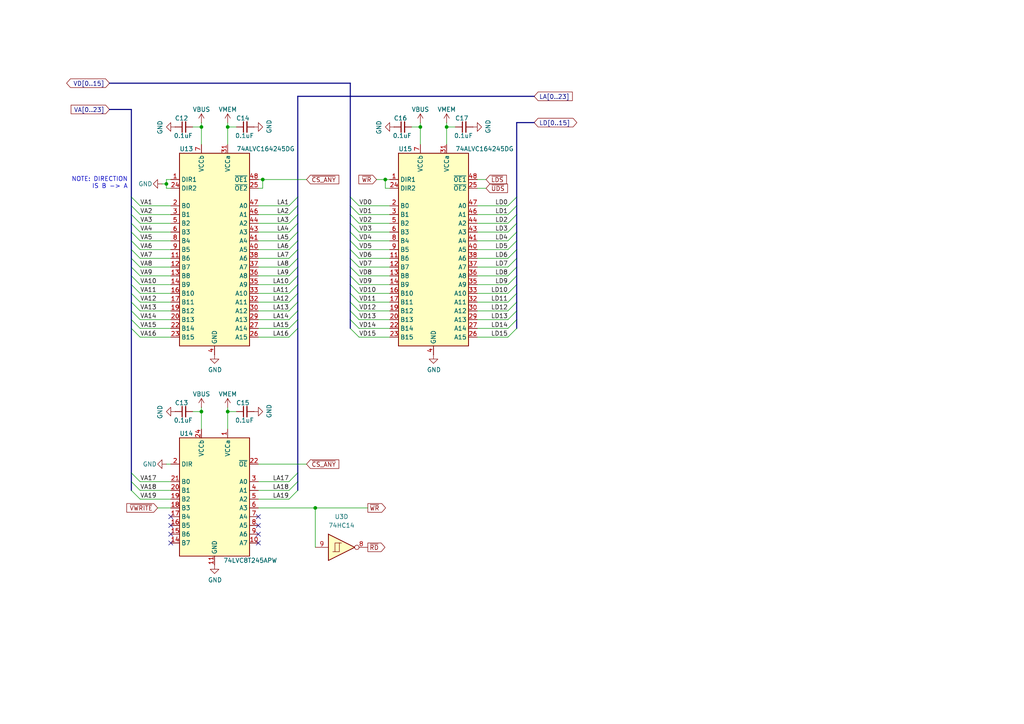
<source format=kicad_sch>
(kicad_sch (version 20231120) (generator "eeschema") (generator_version "8.0")
  (paper "A4")
  (title_block (title "MemBird - Woodcock") (rev "1"))
  (lib_symbols
    (symbol "74xx:74HC14" (pin_names (offset 1.016))
      (property "Reference" "U" (at 0 1.27 0))
      (property "Value" "74HC14" (at 0 -1.27 0))
      (symbol "74HC14_1_0"
        (polyline (pts (xy -3.81 3.81) (xy -3.81 -3.81) (xy 3.81 0) (xy -3.81 3.81)) (stroke (width 0.254)) (fill (type background)))
        (pin input line (at -7.62 0 0) (length 3.81) (name "~") (number "1"))
        (pin output inverted (at 7.62 0 180) (length 3.81) (name "~") (number "2"))
      )
      (symbol "74HC14_1_1"
        (polyline (pts (xy -1.905 -1.27) (xy -1.905 1.27) (xy -0.635 1.27)))
        (polyline (pts (xy -2.54 -1.27) (xy -0.635 -1.27) (xy -0.635 1.27) (xy 0 1.27)))
      )
      (symbol "74HC14_2_0"
        (polyline (pts (xy -3.81 3.81) (xy -3.81 -3.81) (xy 3.81 0) (xy -3.81 3.81)) (stroke (width 0.254)) (fill (type background)))
        (pin input line (at -7.62 0 0) (length 3.81) (name "~") (number "3"))
        (pin output inverted (at 7.62 0 180) (length 3.81) (name "~") (number "4"))
      )
      (symbol "74HC14_2_1"
        (polyline (pts (xy -1.905 -1.27) (xy -1.905 1.27) (xy -0.635 1.27)))
        (polyline (pts (xy -2.54 -1.27) (xy -0.635 -1.27) (xy -0.635 1.27) (xy 0 1.27)))
      )
      (symbol "74HC14_3_0"
        (polyline (pts (xy -3.81 3.81) (xy -3.81 -3.81) (xy 3.81 0) (xy -3.81 3.81)) (stroke (width 0.254)) (fill (type background)))
        (pin input line (at -7.62 0 0) (length 3.81) (name "~") (number "5"))
        (pin output inverted (at 7.62 0 180) (length 3.81) (name "~") (number "6"))
      )
      (symbol "74HC14_3_1"
        (polyline (pts (xy -1.905 -1.27) (xy -1.905 1.27) (xy -0.635 1.27)))
        (polyline (pts (xy -2.54 -1.27) (xy -0.635 -1.27) (xy -0.635 1.27) (xy 0 1.27)))
      )
      (symbol "74HC14_4_0"
        (polyline (pts (xy -3.81 3.81) (xy -3.81 -3.81) (xy 3.81 0) (xy -3.81 3.81)) (stroke (width 0.254)) (fill (type background)))
        (pin output inverted (at 7.62 0 180) (length 3.81) (name "~") (number "8"))
        (pin input line (at -7.62 0 0) (length 3.81) (name "~") (number "9"))
      )
      (symbol "74HC14_4_1"
        (polyline (pts (xy -1.905 -1.27) (xy -1.905 1.27) (xy -0.635 1.27)))
        (polyline (pts (xy -2.54 -1.27) (xy -0.635 -1.27) (xy -0.635 1.27) (xy 0 1.27)))
      )
      (symbol "74HC14_5_0"
        (polyline (pts (xy -3.81 3.81) (xy -3.81 -3.81) (xy 3.81 0) (xy -3.81 3.81)) (stroke (width 0.254)) (fill (type background)))
        (pin output inverted (at 7.62 0 180) (length 3.81) (name "~") (number "10"))
        (pin input line (at -7.62 0 0) (length 3.81) (name "~") (number "11"))
      )
      (symbol "74HC14_5_1"
        (polyline (pts (xy -1.905 -1.27) (xy -1.905 1.27) (xy -0.635 1.27)))
        (polyline (pts (xy -2.54 -1.27) (xy -0.635 -1.27) (xy -0.635 1.27) (xy 0 1.27)))
      )
      (symbol "74HC14_6_0"
        (polyline (pts (xy -3.81 3.81) (xy -3.81 -3.81) (xy 3.81 0) (xy -3.81 3.81)) (stroke (width 0.254)) (fill (type background)))
        (pin output inverted (at 7.62 0 180) (length 3.81) (name "~") (number "12"))
        (pin input line (at -7.62 0 0) (length 3.81) (name "~") (number "13"))
      )
      (symbol "74HC14_6_1"
        (polyline (pts (xy -1.905 -1.27) (xy -1.905 1.27) (xy -0.635 1.27)))
        (polyline (pts (xy -2.54 -1.27) (xy -0.635 -1.27) (xy -0.635 1.27) (xy 0 1.27)))
      )
      (symbol "74HC14_7_0"
        (pin power_in line (at 0 12.7 270) (length 5.08) (name "VCC") (number "14"))
        (pin power_in line (at 0 -12.7 90) (length 5.08) (name "GND") (number "7"))
      )
      (symbol "74HC14_7_1"
        (rectangle (start -5.08 7.62) (end 5.08 -7.62) (stroke (width 0.254)) (fill (type background)))
      )
    )
    (symbol "Computie_Transceivers:74ALVC16245DG"
      (property "Reference" "U" (at -10.16 29.21 0))
      (property "Value" "74ALVC16245DG" (at 2.54 -29.21 0))
      (symbol "74ALVC16245DG_0_1"
        (rectangle (start -10.16 27.94) (end 10.16 -27.94) (stroke (width 0.254)) (fill (type background)))
      )
      (symbol "74ALVC16245DG_1_1"
        (pin input line (at -12.7 20.32 0) (length 2.54) (name "DIR1") (number "1"))
        (pin passive line (at 0 -30.48 90) (length 2.54) hide (name "GND") (number "10"))
        (pin bidirectional line (at -12.7 -2.54 0) (length 2.54) (name "B6") (number "11"))
        (pin bidirectional line (at -12.7 -5.08 0) (length 2.54) (name "B7") (number "12"))
        (pin bidirectional line (at -12.7 -7.62 0) (length 2.54) (name "B8") (number "13"))
        (pin bidirectional line (at -12.7 -10.16 0) (length 2.54) (name "B9") (number "14"))
        (pin passive line (at 0 -30.48 90) (length 2.54) hide (name "GND") (number "15"))
        (pin bidirectional line (at -12.7 -12.7 0) (length 2.54) (name "B10") (number "16"))
        (pin bidirectional line (at -12.7 -15.24 0) (length 2.54) (name "B11") (number "17"))
        (pin passive line (at -3.81 30.48 270) (length 2.54) hide (name "VCCb") (number "18"))
        (pin bidirectional line (at -12.7 -17.78 0) (length 2.54) (name "B12") (number "19"))
        (pin bidirectional line (at -12.7 12.7 0) (length 2.54) (name "B0") (number "2"))
        (pin bidirectional line (at -12.7 -20.32 0) (length 2.54) (name "B13") (number "20"))
        (pin passive line (at 0 -30.48 90) (length 2.54) hide (name "GND") (number "21"))
        (pin bidirectional line (at -12.7 -22.86 0) (length 2.54) (name "B14") (number "22"))
        (pin bidirectional line (at -12.7 -25.4 0) (length 2.54) (name "B15") (number "23"))
        (pin input line (at -12.7 17.78 0) (length 2.54) (name "DIR2") (number "24"))
        (pin input line (at 12.7 17.78 180) (length 2.54) (name "~{OE2}") (number "25"))
        (pin bidirectional line (at 12.7 -25.4 180) (length 2.54) (name "A15") (number "26"))
        (pin bidirectional line (at 12.7 -22.86 180) (length 2.54) (name "A14") (number "27"))
        (pin passive line (at 0 -30.48 90) (length 2.54) hide (name "GND") (number "28"))
        (pin bidirectional line (at 12.7 -20.32 180) (length 2.54) (name "A13") (number "29"))
        (pin bidirectional line (at -12.7 10.16 0) (length 2.54) (name "B1") (number "3"))
        (pin bidirectional line (at 12.7 -17.78 180) (length 2.54) (name "A12") (number "30"))
        (pin power_in line (at 3.81 30.48 270) (length 2.54) (name "VCCa") (number "31"))
        (pin bidirectional line (at 12.7 -15.24 180) (length 2.54) (name "A11") (number "32"))
        (pin bidirectional line (at 12.7 -12.7 180) (length 2.54) (name "A10") (number "33"))
        (pin passive line (at 0 -30.48 90) (length 2.54) hide (name "GND") (number "34"))
        (pin bidirectional line (at 12.7 -10.16 180) (length 2.54) (name "A9") (number "35"))
        (pin bidirectional line (at 12.7 -7.62 180) (length 2.54) (name "A8") (number "36"))
        (pin bidirectional line (at 12.7 -5.08 180) (length 2.54) (name "A7") (number "37"))
        (pin bidirectional line (at 12.7 -2.54 180) (length 2.54) (name "A6") (number "38"))
        (pin passive line (at 0 -30.48 90) (length 2.54) hide (name "GND") (number "39"))
        (pin power_in line (at 0 -30.48 90) (length 2.54) (name "GND") (number "4"))
        (pin bidirectional line (at 12.7 0 180) (length 2.54) (name "A5") (number "40"))
        (pin bidirectional line (at 12.7 2.54 180) (length 2.54) (name "A4") (number "41"))
        (pin passive line (at 3.81 30.48 270) (length 2.54) hide (name "VCCa") (number "42"))
        (pin bidirectional line (at 12.7 5.08 180) (length 2.54) (name "A3") (number "43"))
        (pin bidirectional line (at 12.7 7.62 180) (length 2.54) (name "A2") (number "44"))
        (pin passive line (at 0 -30.48 90) (length 2.54) hide (name "GND") (number "45"))
        (pin bidirectional line (at 12.7 10.16 180) (length 2.54) (name "A1") (number "46"))
        (pin bidirectional line (at 12.7 12.7 180) (length 2.54) (name "A0") (number "47"))
        (pin input line (at 12.7 20.32 180) (length 2.54) (name "~{OE1}") (number "48"))
        (pin bidirectional line (at -12.7 7.62 0) (length 2.54) (name "B2") (number "5"))
        (pin bidirectional line (at -12.7 5.08 0) (length 2.54) (name "B3") (number "6"))
        (pin power_in line (at -3.81 30.48 270) (length 2.54) (name "VCCb") (number "7"))
        (pin bidirectional line (at -12.7 2.54 0) (length 2.54) (name "B4") (number "8"))
        (pin bidirectional line (at -12.7 0 0) (length 2.54) (name "B5") (number "9"))
      )
    )
    (symbol "Computie_Transceivers:74LVC8T245PW"
      (property "Reference" "U" (at -10.16 17.78 0))
      (property "Value" "74LVCC3245APWR" (at 2.54 -19.05 0))
      (symbol "74LVC8T245PW_0_1"
        (rectangle (start -10.16 16.51) (end 10.16 -17.78) (stroke (width 0.254)) (fill (type background)))
      )
      (symbol "74LVC8T245PW_1_1"
        (pin power_in line (at 3.81 19.05 270) (length 2.54) (name "VCCa") (number "1"))
        (pin bidirectional line (at 12.7 -13.97 180) (length 2.54) (name "A7") (number "10"))
        (pin power_in line (at 0 -20.32 90) (length 2.54) (name "GND") (number "11"))
        (pin passive line (at 0 -20.32 90) (length 2.54) hide (name "GND") (number "12"))
        (pin passive line (at 0 -20.32 90) (length 2.54) hide (name "GND") (number "13"))
        (pin bidirectional line (at -12.7 -13.97 0) (length 2.54) (name "B7") (number "14"))
        (pin bidirectional line (at -12.7 -11.43 0) (length 2.54) (name "B6") (number "15"))
        (pin bidirectional line (at -12.7 -8.89 0) (length 2.54) (name "B5") (number "16"))
        (pin bidirectional line (at -12.7 -6.35 0) (length 2.54) (name "B4") (number "17"))
        (pin bidirectional line (at -12.7 -3.81 0) (length 2.54) (name "B3") (number "18"))
        (pin bidirectional line (at -12.7 -1.27 0) (length 2.54) (name "B2") (number "19"))
        (pin input line (at -12.7 8.89 0) (length 2.54) (name "DIR") (number "2"))
        (pin bidirectional line (at -12.7 1.27 0) (length 2.54) (name "B1") (number "20"))
        (pin bidirectional line (at -12.7 3.81 0) (length 2.54) (name "B0") (number "21"))
        (pin input line (at 12.7 8.89 180) (length 2.54) (name "~{OE}") (number "22"))
        (pin power_in line (at -3.81 19.05 270) (length 2.54) hide (name "VCCb") (number "23"))
        (pin power_in line (at -3.81 19.05 270) (length 2.54) (name "VCCb") (number "24"))
        (pin bidirectional line (at 12.7 3.81 180) (length 2.54) (name "A0") (number "3"))
        (pin bidirectional line (at 12.7 1.27 180) (length 2.54) (name "A1") (number "4"))
        (pin bidirectional line (at 12.7 -1.27 180) (length 2.54) (name "A2") (number "5"))
        (pin bidirectional line (at 12.7 -3.81 180) (length 2.54) (name "A3") (number "6"))
        (pin bidirectional line (at 12.7 -6.35 180) (length 2.54) (name "A4") (number "7"))
        (pin bidirectional line (at 12.7 -8.89 180) (length 2.54) (name "A5") (number "8"))
        (pin bidirectional line (at 12.7 -11.43 180) (length 2.54) (name "A6") (number "9"))
      )
    )
    (symbol "Device:C_Small" (pin_numbers hide) (pin_names (offset 0.254) hide)
      (property "Reference" "C" (at 0.254 1.778 0))
      (property "Value" "C_Small" (at 0.254 -2.032 0))
      (symbol "C_Small_0_1"
        (polyline (pts (xy -1.524 -0.508) (xy 1.524 -0.508)) (stroke (width 0.3302)))
        (polyline (pts (xy -1.524 0.508) (xy 1.524 0.508)) (stroke (width 0.3048)))
      )
      (symbol "C_Small_1_1"
        (pin passive line (at 0 2.54 270) (length 2.032) (name "~") (number "1"))
        (pin passive line (at 0 -2.54 90) (length 2.032) (name "~") (number "2"))
      )
    )
    (symbol "power:GND" (power) (pin_numbers hide) (pin_names (offset 0) hide)
      (property "Value" "GND" (at 0 -3.81 0))
      (symbol "GND_0_1"
        (polyline (pts (xy 0 0) (xy 0 -1.27) (xy 1.27 -1.27) (xy 0 -2.54) (xy -1.27 -1.27) (xy 0 -1.27)))
      )
      (symbol "GND_1_1"
        (pin power_in line (at 0 0 270) (length 0) (name "~") (number "1"))
      )
    )
    (symbol "power:VBUS" (power) (pin_numbers hide) (pin_names (offset 0) hide)
      (property "Value" "VBUS" (at 0 3.556 0))
      (symbol "VBUS_0_1"
        (polyline (pts (xy -0.762 1.27) (xy 0 2.54)))
        (polyline (pts (xy 0 0) (xy 0 2.54)))
        (polyline (pts (xy 0 2.54) (xy 0.762 1.27)))
      )
      (symbol "VBUS_1_1"
        (pin power_in line (at 0 0 90) (length 0) (name "~") (number "1"))
      )
    )
    (symbol "power:VMEM" (power) (pin_numbers hide) (pin_names (offset 0) hide)
      (property "Value" "VMEM" (at 0 3.556 0))
      (symbol "VMEM_0_1"
        (polyline (pts (xy -0.762 1.27) (xy 0 2.54)))
        (polyline (pts (xy 0 0) (xy 0 2.54)))
        (polyline (pts (xy 0 2.54) (xy 0.762 1.27)))
      )
      (symbol "VMEM_1_1"
        (pin power_in line (at 0 0 90) (length 0) (name "~") (number "1"))
      )
    )
  )
  (junction (at 58.42 36.83))
  (junction (at 91.44 147.32))
  (junction (at 111.76 52.07))
  (junction (at 129.54 36.83))
  (junction (at 76.2 52.07))
  (junction (at 48.26 53.34))
  (junction (at 58.42 119.38))
  (junction (at 66.04 36.83))
  (junction (at 121.92 36.83))
  (junction (at 66.04 119.38))
  (no_connect (at 49.53 154.94))
  (no_connect (at 49.53 157.48))
  (no_connect (at 49.53 149.86))
  (no_connect (at 74.93 157.48))
  (no_connect (at 49.53 152.4))
  (no_connect (at 74.93 152.4))
  (no_connect (at 74.93 154.94))
  (no_connect (at 74.93 149.86))
  (bus_entry (at 86.36 85.09) (size -2.54 2.54))
  (bus_entry (at 40.64 85.09) (size -2.54 -2.54))
  (bus_entry (at 149.86 59.69) (size -2.54 2.54))
  (bus_entry (at 149.86 82.55) (size -2.54 2.54))
  (bus_entry (at 86.36 82.55) (size -2.54 2.54))
  (bus_entry (at 40.64 64.77) (size -2.54 -2.54))
  (bus_entry (at 40.64 95.25) (size -2.54 -2.54))
  (bus_entry (at 149.86 69.85) (size -2.54 2.54))
  (bus_entry (at 40.64 77.47) (size -2.54 -2.54))
  (bus_entry (at 104.14 92.71) (size -2.54 -2.54))
  (bus_entry (at 104.14 95.25) (size -2.54 -2.54))
  (bus_entry (at 104.14 64.77) (size -2.54 -2.54))
  (bus_entry (at 86.36 62.23) (size -2.54 2.54))
  (bus_entry (at 86.36 92.71) (size -2.54 2.54))
  (bus_entry (at 86.36 57.15) (size -2.54 2.54))
  (bus_entry (at 40.64 92.71) (size -2.54 -2.54))
  (bus_entry (at 104.14 87.63) (size -2.54 -2.54))
  (bus_entry (at 86.36 69.85) (size -2.54 2.54))
  (bus_entry (at 86.36 137.16) (size -2.54 2.54))
  (bus_entry (at 149.86 90.17) (size -2.54 2.54))
  (bus_entry (at 104.14 72.39) (size -2.54 -2.54))
  (bus_entry (at 104.14 77.47) (size -2.54 -2.54))
  (bus_entry (at 40.64 80.01) (size -2.54 -2.54))
  (bus_entry (at 86.36 77.47) (size -2.54 2.54))
  (bus_entry (at 104.14 90.17) (size -2.54 -2.54))
  (bus_entry (at 40.64 62.23) (size -2.54 -2.54))
  (bus_entry (at 149.86 87.63) (size -2.54 2.54))
  (bus_entry (at 40.64 139.7) (size -2.54 -2.54))
  (bus_entry (at 149.86 80.01) (size -2.54 2.54))
  (bus_entry (at 86.36 64.77) (size -2.54 2.54))
  (bus_entry (at 104.14 59.69) (size -2.54 -2.54))
  (bus_entry (at 149.86 85.09) (size -2.54 2.54))
  (bus_entry (at 104.14 62.23) (size -2.54 -2.54))
  (bus_entry (at 104.14 97.79) (size -2.54 -2.54))
  (bus_entry (at 86.36 87.63) (size -2.54 2.54))
  (bus_entry (at 86.36 59.69) (size -2.54 2.54))
  (bus_entry (at 40.64 97.79) (size -2.54 -2.54))
  (bus_entry (at 86.36 95.25) (size -2.54 2.54))
  (bus_entry (at 104.14 67.31) (size -2.54 -2.54))
  (bus_entry (at 40.64 67.31) (size -2.54 -2.54))
  (bus_entry (at 149.86 62.23) (size -2.54 2.54))
  (bus_entry (at 104.14 74.93) (size -2.54 -2.54))
  (bus_entry (at 104.14 69.85) (size -2.54 -2.54))
  (bus_entry (at 149.86 95.25) (size -2.54 2.54))
  (bus_entry (at 40.64 74.93) (size -2.54 -2.54))
  (bus_entry (at 86.36 80.01) (size -2.54 2.54))
  (bus_entry (at 104.14 80.01) (size -2.54 -2.54))
  (bus_entry (at 149.86 92.71) (size -2.54 2.54))
  (bus_entry (at 86.36 90.17) (size -2.54 2.54))
  (bus_entry (at 40.64 59.69) (size -2.54 -2.54))
  (bus_entry (at 149.86 74.93) (size -2.54 2.54))
  (bus_entry (at 149.86 72.39) (size -2.54 2.54))
  (bus_entry (at 40.64 142.24) (size -2.54 -2.54))
  (bus_entry (at 149.86 57.15) (size -2.54 2.54))
  (bus_entry (at 149.86 67.31) (size -2.54 2.54))
  (bus_entry (at 86.36 72.39) (size -2.54 2.54))
  (bus_entry (at 149.86 77.47) (size -2.54 2.54))
  (bus_entry (at 40.64 69.85) (size -2.54 -2.54))
  (bus_entry (at 40.64 144.78) (size -2.54 -2.54))
  (bus_entry (at 86.36 139.7) (size -2.54 2.54))
  (bus_entry (at 104.14 85.09) (size -2.54 -2.54))
  (bus_entry (at 40.64 90.17) (size -2.54 -2.54))
  (bus_entry (at 40.64 87.63) (size -2.54 -2.54))
  (bus_entry (at 149.86 64.77) (size -2.54 2.54))
  (bus_entry (at 86.36 74.93) (size -2.54 2.54))
  (bus_entry (at 86.36 142.24) (size -2.54 2.54))
  (bus_entry (at 104.14 82.55) (size -2.54 -2.54))
  (bus_entry (at 40.64 82.55) (size -2.54 -2.54))
  (bus_entry (at 40.64 72.39) (size -2.54 -2.54))
  (bus_entry (at 86.36 67.31) (size -2.54 2.54))
  (wire (pts (xy 49.53 72.39) (xy 40.64 72.39)))
  (bus (pts (xy 38.1 69.85) (xy 38.1 72.39)))
  (wire (pts (xy 40.64 87.63) (xy 49.53 87.63)))
  (wire (pts (xy 138.43 74.93) (xy 147.32 74.93)))
  (wire (pts (xy 49.53 64.77) (xy 40.64 64.77)))
  (wire (pts (xy 138.43 87.63) (xy 147.32 87.63)))
  (wire (pts (xy 91.44 147.32) (xy 106.68 147.32)))
  (wire (pts (xy 76.2 52.07) (xy 88.9 52.07)))
  (wire (pts (xy 121.92 35.56) (xy 121.92 36.83)))
  (bus (pts (xy 149.86 64.77) (xy 149.86 62.23)))
  (wire (pts (xy 74.93 62.23) (xy 83.82 62.23)))
  (bus (pts (xy 149.86 90.17) (xy 149.86 87.63)))
  (wire (pts (xy 138.43 85.09) (xy 147.32 85.09)))
  (bus (pts (xy 86.36 64.77) (xy 86.36 67.31)))
  (wire (pts (xy 121.92 36.83) (xy 121.92 41.91)))
  (wire (pts (xy 111.76 54.61) (xy 113.03 54.61)))
  (wire (pts (xy 138.43 82.55) (xy 147.32 82.55)))
  (bus (pts (xy 86.36 87.63) (xy 86.36 85.09)))
  (wire (pts (xy 104.14 59.69) (xy 113.03 59.69)))
  (wire (pts (xy 48.26 134.62) (xy 49.53 134.62)))
  (wire (pts (xy 111.76 52.07) (xy 111.76 54.61)))
  (wire (pts (xy 74.93 69.85) (xy 83.82 69.85)))
  (wire (pts (xy 138.43 77.47) (xy 147.32 77.47)))
  (bus (pts (xy 149.86 85.09) (xy 149.86 82.55)))
  (wire (pts (xy 138.43 69.85) (xy 147.32 69.85)))
  (bus (pts (xy 86.36 85.09) (xy 86.36 82.55)))
  (bus (pts (xy 86.36 77.47) (xy 86.36 74.93)))
  (bus (pts (xy 149.86 82.55) (xy 149.86 80.01)))
  (wire (pts (xy 66.04 119.38) (xy 66.04 124.46)))
  (wire (pts (xy 113.03 85.09) (xy 104.14 85.09)))
  (wire (pts (xy 66.04 119.38) (xy 68.58 119.38)))
  (bus (pts (xy 86.36 69.85) (xy 86.36 67.31)))
  (wire (pts (xy 129.54 35.56) (xy 129.54 36.83)))
  (wire (pts (xy 40.64 80.01) (xy 49.53 80.01)))
  (wire (pts (xy 66.04 118.11) (xy 66.04 119.38)))
  (bus (pts (xy 101.6 85.09) (xy 101.6 87.63)))
  (bus (pts (xy 101.6 24.13) (xy 101.6 57.15)))
  (bus (pts (xy 149.86 80.01) (xy 149.86 77.47)))
  (wire (pts (xy 74.93 82.55) (xy 83.82 82.55)))
  (wire (pts (xy 119.38 36.83) (xy 121.92 36.83)))
  (wire (pts (xy 138.43 64.77) (xy 147.32 64.77)))
  (wire (pts (xy 104.14 80.01) (xy 113.03 80.01)))
  (wire (pts (xy 49.53 92.71) (xy 40.64 92.71)))
  (wire (pts (xy 58.42 35.56) (xy 58.42 36.83)))
  (wire (pts (xy 74.93 139.7) (xy 83.82 139.7)))
  (wire (pts (xy 40.64 67.31) (xy 49.53 67.31)))
  (bus (pts (xy 86.36 80.01) (xy 86.36 77.47)))
  (bus (pts (xy 149.86 95.25) (xy 149.86 92.71)))
  (wire (pts (xy 113.03 64.77) (xy 104.14 64.77)))
  (bus (pts (xy 101.6 87.63) (xy 101.6 90.17)))
  (wire (pts (xy 138.43 62.23) (xy 147.32 62.23)))
  (wire (pts (xy 74.93 52.07) (xy 76.2 52.07)))
  (wire (pts (xy 74.93 54.61) (xy 76.2 54.61)))
  (bus (pts (xy 86.36 59.69) (xy 86.36 57.15)))
  (bus (pts (xy 101.6 74.93) (xy 101.6 77.47)))
  (bus (pts (xy 101.6 90.17) (xy 101.6 92.71)))
  (wire (pts (xy 48.26 52.07) (xy 49.53 52.07)))
  (wire (pts (xy 138.43 67.31) (xy 147.32 67.31)))
  (wire (pts (xy 113.03 62.23) (xy 104.14 62.23)))
  (wire (pts (xy 40.64 59.69) (xy 49.53 59.69)))
  (bus (pts (xy 86.36 57.15) (xy 86.36 27.94)))
  (wire (pts (xy 138.43 90.17) (xy 147.32 90.17)))
  (bus (pts (xy 31.75 31.75) (xy 38.1 31.75)))
  (wire (pts (xy 49.53 85.09) (xy 40.64 85.09)))
  (bus (pts (xy 86.36 62.23) (xy 86.36 59.69)))
  (wire (pts (xy 40.64 139.7) (xy 49.53 139.7)))
  (bus (pts (xy 38.1 87.63) (xy 38.1 90.17)))
  (bus (pts (xy 149.86 77.47) (xy 149.86 74.93)))
  (wire (pts (xy 111.76 52.07) (xy 113.03 52.07)))
  (wire (pts (xy 66.04 36.83) (xy 66.04 41.91)))
  (wire (pts (xy 113.03 69.85) (xy 104.14 69.85)))
  (wire (pts (xy 109.22 52.07) (xy 111.76 52.07)))
  (bus (pts (xy 38.1 95.25) (xy 38.1 137.16)))
  (wire (pts (xy 66.04 36.83) (xy 68.58 36.83)))
  (wire (pts (xy 74.93 59.69) (xy 83.82 59.69)))
  (wire (pts (xy 49.53 54.61) (xy 48.26 54.61)))
  (wire (pts (xy 74.93 90.17) (xy 83.82 90.17)))
  (wire (pts (xy 74.93 87.63) (xy 83.82 87.63)))
  (wire (pts (xy 48.26 54.61) (xy 48.26 53.34)))
  (bus (pts (xy 86.36 92.71) (xy 86.36 90.17)))
  (wire (pts (xy 138.43 72.39) (xy 147.32 72.39)))
  (bus (pts (xy 38.1 90.17) (xy 38.1 92.71)))
  (bus (pts (xy 38.1 139.7) (xy 38.1 142.24)))
  (wire (pts (xy 74.93 134.62) (xy 88.9 134.62)))
  (wire (pts (xy 74.93 97.79) (xy 83.82 97.79)))
  (bus (pts (xy 86.36 95.25) (xy 86.36 137.16)))
  (wire (pts (xy 113.03 95.25) (xy 104.14 95.25)))
  (wire (pts (xy 49.53 82.55) (xy 40.64 82.55)))
  (wire (pts (xy 113.03 92.71) (xy 104.14 92.71)))
  (wire (pts (xy 74.93 80.01) (xy 83.82 80.01)))
  (wire (pts (xy 138.43 54.61) (xy 140.97 54.61)))
  (wire (pts (xy 49.53 90.17) (xy 40.64 90.17)))
  (wire (pts (xy 91.44 147.32) (xy 91.44 158.75)))
  (wire (pts (xy 49.53 62.23) (xy 40.64 62.23)))
  (bus (pts (xy 149.86 59.69) (xy 149.86 57.15)))
  (bus (pts (xy 101.6 80.01) (xy 101.6 82.55)))
  (bus (pts (xy 86.36 64.77) (xy 86.36 62.23)))
  (bus (pts (xy 86.36 82.55) (xy 86.36 80.01)))
  (wire (pts (xy 138.43 95.25) (xy 147.32 95.25)))
  (bus (pts (xy 86.36 142.24) (xy 86.36 139.7)))
  (wire (pts (xy 76.2 54.61) (xy 76.2 52.07)))
  (wire (pts (xy 49.53 144.78) (xy 40.64 144.78)))
  (wire (pts (xy 49.53 142.24) (xy 40.64 142.24)))
  (bus (pts (xy 38.1 74.93) (xy 38.1 77.47)))
  (wire (pts (xy 138.43 80.01) (xy 147.32 80.01)))
  (bus (pts (xy 101.6 72.39) (xy 101.6 74.93)))
  (wire (pts (xy 45.72 147.32) (xy 49.53 147.32)))
  (bus (pts (xy 38.1 80.01) (xy 38.1 82.55)))
  (bus (pts (xy 101.6 59.69) (xy 101.6 62.23)))
  (bus (pts (xy 38.1 67.31) (xy 38.1 69.85)))
  (bus (pts (xy 101.6 82.55) (xy 101.6 85.09)))
  (bus (pts (xy 38.1 57.15) (xy 38.1 59.69)))
  (wire (pts (xy 113.03 97.79) (xy 104.14 97.79)))
  (wire (pts (xy 74.93 77.47) (xy 83.82 77.47)))
  (bus (pts (xy 38.1 64.77) (xy 38.1 67.31)))
  (wire (pts (xy 74.93 95.25) (xy 83.82 95.25)))
  (bus (pts (xy 86.36 27.94) (xy 154.94 27.94)))
  (bus (pts (xy 38.1 59.69) (xy 38.1 62.23)))
  (wire (pts (xy 113.03 82.55) (xy 104.14 82.55)))
  (bus (pts (xy 149.86 69.85) (xy 149.86 67.31)))
  (bus (pts (xy 101.6 67.31) (xy 101.6 69.85)))
  (bus (pts (xy 86.36 95.25) (xy 86.36 92.71)))
  (bus (pts (xy 38.1 85.09) (xy 38.1 87.63)))
  (bus (pts (xy 101.6 57.15) (xy 101.6 59.69)))
  (bus (pts (xy 86.36 90.17) (xy 86.36 87.63)))
  (wire (pts (xy 48.26 53.34) (xy 48.26 52.07)))
  (wire (pts (xy 46.99 53.34) (xy 48.26 53.34)))
  (wire (pts (xy 74.93 64.77) (xy 83.82 64.77)))
  (wire (pts (xy 74.93 67.31) (xy 83.82 67.31)))
  (wire (pts (xy 74.93 147.32) (xy 91.44 147.32)))
  (bus (pts (xy 101.6 62.23) (xy 101.6 64.77)))
  (wire (pts (xy 113.03 90.17) (xy 104.14 90.17)))
  (bus (pts (xy 38.1 92.71) (xy 38.1 95.25)))
  (bus (pts (xy 101.6 69.85) (xy 101.6 72.39)))
  (bus (pts (xy 149.86 74.93) (xy 149.86 72.39)))
  (wire (pts (xy 58.42 36.83) (xy 58.42 41.91)))
  (wire (pts (xy 49.53 74.93) (xy 40.64 74.93)))
  (wire (pts (xy 138.43 52.07) (xy 140.97 52.07)))
  (bus (pts (xy 38.1 82.55) (xy 38.1 85.09)))
  (bus (pts (xy 86.36 74.93) (xy 86.36 72.39)))
  (bus (pts (xy 38.1 31.75) (xy 38.1 57.15)))
  (bus (pts (xy 38.1 62.23) (xy 38.1 64.77)))
  (bus (pts (xy 101.6 92.71) (xy 101.6 95.25)))
  (wire (pts (xy 49.53 95.25) (xy 40.64 95.25)))
  (bus (pts (xy 149.86 72.39) (xy 149.86 69.85)))
  (bus (pts (xy 149.86 87.63) (xy 149.86 85.09)))
  (wire (pts (xy 58.42 119.38) (xy 58.42 124.46)))
  (wire (pts (xy 55.88 36.83) (xy 58.42 36.83)))
  (wire (pts (xy 74.93 92.71) (xy 83.82 92.71)))
  (wire (pts (xy 104.14 87.63) (xy 113.03 87.63)))
  (wire (pts (xy 55.88 119.38) (xy 58.42 119.38)))
  (bus (pts (xy 149.86 64.77) (xy 149.86 67.31)))
  (bus (pts (xy 149.86 92.71) (xy 149.86 90.17)))
  (bus (pts (xy 86.36 72.39) (xy 86.36 69.85)))
  (wire (pts (xy 113.03 77.47) (xy 104.14 77.47)))
  (wire (pts (xy 138.43 97.79) (xy 147.32 97.79)))
  (wire (pts (xy 49.53 97.79) (xy 40.64 97.79)))
  (bus (pts (xy 101.6 64.77) (xy 101.6 67.31)))
  (bus (pts (xy 38.1 137.16) (xy 38.1 139.7)))
  (wire (pts (xy 74.93 72.39) (xy 83.82 72.39)))
  (wire (pts (xy 113.03 74.93) (xy 104.14 74.93)))
  (wire (pts (xy 74.93 85.09) (xy 83.82 85.09)))
  (bus (pts (xy 149.86 62.23) (xy 149.86 59.69)))
  (wire (pts (xy 49.53 69.85) (xy 40.64 69.85)))
  (bus (pts (xy 149.86 57.15) (xy 149.86 35.56)))
  (wire (pts (xy 66.04 35.56) (xy 66.04 36.83)))
  (wire (pts (xy 74.93 74.93) (xy 83.82 74.93)))
  (wire (pts (xy 129.54 36.83) (xy 129.54 41.91)))
  (wire (pts (xy 104.14 67.31) (xy 113.03 67.31)))
  (wire (pts (xy 49.53 77.47) (xy 40.64 77.47)))
  (wire (pts (xy 129.54 36.83) (xy 132.08 36.83)))
  (bus (pts (xy 86.36 139.7) (xy 86.36 137.16)))
  (bus (pts (xy 31.75 24.13) (xy 101.6 24.13)))
  (wire (pts (xy 138.43 59.69) (xy 147.32 59.69)))
  (bus (pts (xy 149.86 35.56) (xy 154.94 35.56)))
  (bus (pts (xy 101.6 77.47) (xy 101.6 80.01)))
  (wire (pts (xy 74.93 144.78) (xy 83.82 144.78)))
  (wire (pts (xy 74.93 142.24) (xy 83.82 142.24)))
  (bus (pts (xy 38.1 77.47) (xy 38.1 80.01)))
  (bus (pts (xy 38.1 72.39) (xy 38.1 74.93)))
  (wire (pts (xy 113.03 72.39) (xy 104.14 72.39)))
  (wire (pts (xy 138.43 92.71) (xy 147.32 92.71)))
  (wire (pts (xy 58.42 118.11) (xy 58.42 119.38)))
  (text "NOTE: DIRECTION\nIS B -> A" (at 37.084 54.864 0) (effects (font (size 1.27 1.27)) (justify right bottom)))
  (label "LA11" (at 83.82 85.09 180))
  (label "VD7" (at 104.14 77.47 0))
  (label "VD3" (at 104.14 67.31 0))
  (label "LA10" (at 83.82 82.55 180))
  (label "LA14" (at 83.82 92.71 180))
  (label "LA9" (at 83.82 80.01 180))
  (label "VD13" (at 104.14 92.71 0))
  (label "VD14" (at 104.14 95.25 0))
  (label "LA13" (at 83.82 90.17 180))
  (label "LD7" (at 147.32 77.47 180))
  (label "LA12" (at 83.82 87.63 180))
  (label "LA2" (at 83.82 62.23 180))
  (label "LA1" (at 83.82 59.69 180))
  (label "VD6" (at 104.14 74.93 0))
  (label "VA19" (at 40.64 144.78 0))
  (label "VA17" (at 40.64 139.7 0))
  (label "LA15" (at 83.82 95.25 180))
  (label "VD10" (at 104.14 85.09 0))
  (label "VD5" (at 104.14 72.39 0))
  (label "VA10" (at 40.64 82.55 0))
  (label "VD1" (at 104.14 62.23 0))
  (label "VA14" (at 40.64 92.71 0))
  (label "LA18" (at 83.82 142.24 180))
  (label "LD13" (at 147.32 92.71 180))
  (label "VD9" (at 104.14 82.55 0))
  (label "VA8" (at 40.64 77.47 0))
  (label "LA5" (at 83.82 69.85 180))
  (label "LD12" (at 147.32 90.17 180))
  (label "LA8" (at 83.82 77.47 180))
  (label "LA4" (at 83.82 67.31 180))
  (label "LD1" (at 147.32 62.23 180))
  (label "LD10" (at 147.32 85.09 180))
  (label "VA16" (at 40.64 97.79 0))
  (label "LD5" (at 147.32 72.39 180))
  (label "VA11" (at 40.64 85.09 0))
  (label "VD0" (at 104.14 59.69 0))
  (label "LD3" (at 147.32 67.31 180))
  (label "LD4" (at 147.32 69.85 180))
  (label "VD15" (at 104.14 97.79 0))
  (label "LD2" (at 147.32 64.77 180))
  (label "LA16" (at 83.82 97.79 180))
  (label "VA3" (at 40.64 64.77 0))
  (label "VD4" (at 104.14 69.85 0))
  (label "LD14" (at 147.32 95.25 180))
  (label "VD2" (at 104.14 64.77 0))
  (label "VA2" (at 40.64 62.23 0))
  (label "VA13" (at 40.64 90.17 0))
  (label "VA5" (at 40.64 69.85 0))
  (label "VA12" (at 40.64 87.63 0))
  (label "VA1" (at 40.64 59.69 0))
  (label "LA17" (at 83.82 139.7 180))
  (label "VD12" (at 104.14 90.17 0))
  (label "LD6" (at 147.32 74.93 180))
  (label "LD15" (at 147.32 97.79 180))
  (label "VA18" (at 40.64 142.24 0))
  (label "LD11" (at 147.32 87.63 180))
  (label "VA6" (at 40.64 72.39 0))
  (label "LA7" (at 83.82 74.93 180))
  (label "LD0" (at 147.32 59.69 180))
  (label "VD8" (at 104.14 80.01 0))
  (label "VA15" (at 40.64 95.25 0))
  (label "LA3" (at 83.82 64.77 180))
  (label "LD8" (at 147.32 80.01 180))
  (label "VD11" (at 104.14 87.63 0))
  (label "LD9" (at 147.32 82.55 180))
  (label "LA6" (at 83.82 72.39 180))
  (label "VA9" (at 40.64 80.01 0))
  (label "LA19" (at 83.82 144.78 180))
  (label "VA7" (at 40.64 74.93 0))
  (label "VA4" (at 40.64 67.31 0))
  (global_label "~{CS_ANY}" (shape input) (at 88.9 134.62 0) (property "Intersheetrefs" "${INTERSHEET_REFS}" (at 98.84 134.62 0) (effects (justify left))))
  (global_label "LA[0..23]" (shape input) (at 154.94 27.94 0) (property "Intersheetrefs" "${INTERSHEET_REFS}" (at 166.5734 27.94 0) (effects (justify left))))
  (global_label "~{WR}" (shape output) (at 106.68 147.32 0) (property "Intersheetrefs" "${INTERSHEET_REFS}" (at 112.3866 147.32 0) (effects (justify left))))
  (global_label "VA[0..23]" (shape input) (at 31.75 31.75 180) (property "Intersheetrefs" "${INTERSHEET_REFS}" (at 20.0561 31.75 0) (effects (justify right))))
  (global_label "~{CS_ANY}" (shape input) (at 88.9 52.07 0) (property "Intersheetrefs" "${INTERSHEET_REFS}" (at 98.84 52.07 0) (effects (justify left))))
  (global_label "~{RD}" (shape output) (at 106.68 158.75 0) (property "Intersheetrefs" "${INTERSHEET_REFS}" (at 112.2052 158.75 0) (effects (justify left))))
  (global_label "~{LDS}" (shape input) (at 140.97 52.07 0) (property "Intersheetrefs" "${INTERSHEET_REFS}" (at 147.4628 52.07 0) (effects (justify left))))
  (global_label "~{WR}" (shape input) (at 109.22 52.07 180) (property "Intersheetrefs" "${INTERSHEET_REFS}" (at 103.5134 52.07 0) (effects (justify right))))
  (global_label "VD[0..15]" (shape bidirectional) (at 31.75 24.13 180) (property "Intersheetrefs" "${INTERSHEET_REFS}" (at 18.7634 24.13 0) (effects (justify right))))
  (global_label "LD[0..15]" (shape bidirectional) (at 154.94 35.56 0) (property "Intersheetrefs" "${INTERSHEET_REFS}" (at 167.8661 35.56 0) (effects (justify left))))
  (global_label "~{VWRITE}" (shape input) (at 45.72 147.32 180) (property "Intersheetrefs" "${INTERSHEET_REFS}" (at 36.2034 147.32 0) (effects (justify right))))
  (global_label "~{UDS}" (shape input) (at 140.97 54.61 0) (property "Intersheetrefs" "${INTERSHEET_REFS}" (at 147.7652 54.61 0) (effects (justify left))))
  (symbol (lib_id "Computie_Transceivers:74ALVC16245DG") (at 125.73 72.39 0) (unit 1)
    (property "Reference" "U15" (at 115.57 43.18 0) (effects (justify left)))
    (property "Value" "74ALVC164245DG" (at 132.08 43.18 0) (effects (justify left)))
    (property "Footprint" "Package_SO:TSSOP-48_6.1x12.5mm_P0.5mm" (effects (hide yes)))
    (property "Datasheet" "https://assets.nexperia.com/documents/data-sheet/74ALVC164245.pdf" (effects (hide yes)))
  )
  (symbol (lib_id "Computie_Transceivers:74LVC8T245PW") (at 62.23 143.51 0) (unit 1)
    (property "Reference" "U14" (at 52.07 125.73 0) (effects (justify left)))
    (property "Value" "74LVC8T245APW" (at 64.77 162.56 0) (effects (justify left)))
    (property "Footprint" "Package_SO:TSSOP-24_4.4x7.8mm_P0.65mm" (effects (hide yes)))
    (property "Datasheet" "https://assets.nexperia.com/documents/data-sheet/74LVC_LVCH8T245.pdf" (effects (hide yes)))
    (property "Description" "8-Bit Dual Supply Bidirectional Translating Transceiver with 5V Tolerant Inputs and Outputs, TSSOP-24" (effects (hide yes)))
  )
  (symbol (lib_id "power:VMEM") (at 66.04 118.11 0) (unit 1)
    (property "Reference" "#PWR063" (effects (hide yes)))
    (property "Value" "VMEM" (at 66.04 114.3 0))
    (property "Description" "Power symbol creates a global label with name \"VMEM\"" (effects (hide yes)))
  )
  (symbol (lib_id "power:GND") (at 46.99 53.34 270) (unit 1)
    (property "Reference" "#PWR054" (effects (hide yes)))
    (property "Value" "GND" (at 42.164 53.34 90))
    (property "Description" "Power symbol creates a global label with name \"GND\" , ground" (effects (hide yes)))
  )
  (symbol (lib_id "power:VBUS") (at 121.92 35.56 0) (unit 1)
    (property "Reference" "#PWR067" (effects (hide yes)))
    (property "Value" "VBUS" (at 121.92 31.75 0))
    (property "Description" "Power symbol creates a global label with name \"VBUS\"" (effects (hide yes)))
  )
  (symbol (lib_id "power:GND") (at 62.23 163.83 0) (unit 1)
    (property "Reference" "#PWR061" (effects (hide yes)))
    (property "Value" "GND" (at 62.357 168.2242 0))
    (property "Description" "Power symbol creates a global label with name \"GND\" , ground" (effects (hide yes)))
  )
  (symbol (lib_id "Device:C_Small") (at 71.12 36.83 90) (unit 1)
    (property "Reference" "C14" (at 72.39 34.29 90) (effects (justify left)))
    (property "Value" "0.1uF" (at 73.66 39.37 90) (effects (justify left)))
    (property "Footprint" "Capacitor_SMD:C_0805_2012Metric_Pad1.18x1.45mm_HandSolder" (effects (hide yes)))
  )
  (symbol (lib_id "power:GND") (at 114.3 36.83 270) (unit 1)
    (property "Reference" "#PWR066" (effects (hide yes)))
    (property "Value" "GND" (at 109.9058 36.957 0))
    (property "Description" "Power symbol creates a global label with name \"GND\" , ground" (effects (hide yes)))
  )
  (symbol (lib_id "power:GND") (at 48.26 134.62 270) (unit 1)
    (property "Reference" "#PWR055" (effects (hide yes)))
    (property "Value" "GND" (at 43.434 134.62 90))
    (property "Description" "Power symbol creates a global label with name \"GND\" , ground" (effects (hide yes)))
  )
  (symbol (lib_id "74xx:74HC14") (at 99.06 158.75 0) (unit 4)
    (property "Reference" "U3" (at 99.06 149.86 0))
    (property "Value" "74HC14" (at 99.06 152.4 0))
    (property "Footprint" "Package_SO:TSSOP-14_4.4x5mm_P0.65mm" (effects (hide yes)))
    (property "Datasheet" "http://www.ti.com/lit/gpn/sn74HC14" (effects (hide yes)))
    (property "Description" "Hex inverter schmitt trigger" (effects (hide yes)))
  )
  (symbol (lib_id "power:VBUS") (at 58.42 35.56 0) (unit 1)
    (property "Reference" "#PWR058" (effects (hide yes)))
    (property "Value" "VBUS" (at 58.42 31.75 0))
    (property "Description" "Power symbol creates a global label with name \"VBUS\"" (effects (hide yes)))
  )
  (symbol (lib_id "Device:C_Small") (at 116.84 36.83 90) (unit 1)
    (property "Reference" "C16" (at 118.11 34.29 90) (effects (justify left)))
    (property "Value" "0.1uF" (at 119.38 39.37 90) (effects (justify left)))
    (property "Footprint" "Capacitor_SMD:C_0805_2012Metric_Pad1.18x1.45mm_HandSolder" (effects (hide yes)))
  )
  (symbol (lib_id "Computie_Transceivers:74ALVC16245DG") (at 62.23 72.39 0) (unit 1)
    (property "Reference" "U13" (at 52.07 43.18 0) (effects (justify left)))
    (property "Value" "74ALVC164245DG" (at 68.58 43.18 0) (effects (justify left)))
    (property "Footprint" "Package_SO:TSSOP-48_6.1x12.5mm_P0.5mm" (effects (hide yes)))
    (property "Datasheet" "https://assets.nexperia.com/documents/data-sheet/74ALVC164245.pdf" (effects (hide yes)))
  )
  (symbol (lib_id "power:GND") (at 50.8 36.83 270) (unit 1)
    (property "Reference" "#PWR056" (effects (hide yes)))
    (property "Value" "GND" (at 46.4058 36.957 0))
    (property "Description" "Power symbol creates a global label with name \"GND\" , ground" (effects (hide yes)))
  )
  (symbol (lib_id "Device:C_Small") (at 134.62 36.83 90) (unit 1)
    (property "Reference" "C17" (at 135.89 34.29 90) (effects (justify left)))
    (property "Value" "0.1uF" (at 137.16 39.37 90) (effects (justify left)))
    (property "Footprint" "Capacitor_SMD:C_0805_2012Metric_Pad1.18x1.45mm_HandSolder" (effects (hide yes)))
  )
  (symbol (lib_id "power:GND") (at 73.66 119.38 90) (unit 1)
    (property "Reference" "#PWR065" (effects (hide yes)))
    (property "Value" "GND" (at 78.0542 119.253 0))
    (property "Description" "Power symbol creates a global label with name \"GND\" , ground" (effects (hide yes)))
  )
  (symbol (lib_id "power:VMEM") (at 129.54 35.56 0) (unit 1)
    (property "Reference" "#PWR069" (effects (hide yes)))
    (property "Value" "VMEM" (at 129.54 31.75 0))
    (property "Description" "Power symbol creates a global label with name \"VMEM\"" (effects (hide yes)))
  )
  (symbol (lib_id "power:GND") (at 73.66 36.83 90) (unit 1)
    (property "Reference" "#PWR064" (effects (hide yes)))
    (property "Value" "GND" (at 78.0542 36.703 0))
    (property "Description" "Power symbol creates a global label with name \"GND\" , ground" (effects (hide yes)))
  )
  (symbol (lib_id "power:VBUS") (at 58.42 118.11 0) (unit 1)
    (property "Reference" "#PWR059" (effects (hide yes)))
    (property "Value" "VBUS" (at 58.42 114.3 0))
    (property "Description" "Power symbol creates a global label with name \"VBUS\"" (effects (hide yes)))
  )
  (symbol (lib_id "power:GND") (at 125.73 102.87 0) (unit 1)
    (property "Reference" "#PWR068" (effects (hide yes)))
    (property "Value" "GND" (at 125.857 107.2642 0))
    (property "Description" "Power symbol creates a global label with name \"GND\" , ground" (effects (hide yes)))
  )
  (symbol (lib_id "Device:C_Small") (at 53.34 36.83 90) (unit 1)
    (property "Reference" "C12" (at 54.61 34.29 90) (effects (justify left)))
    (property "Value" "0.1uF" (at 55.88 39.37 90) (effects (justify left)))
    (property "Footprint" "Capacitor_SMD:C_0805_2012Metric_Pad1.18x1.45mm_HandSolder" (effects (hide yes)))
  )
  (symbol (lib_id "power:GND") (at 50.8 119.38 270) (unit 1)
    (property "Reference" "#PWR057" (effects (hide yes)))
    (property "Value" "GND" (at 46.4058 119.507 0))
    (property "Description" "Power symbol creates a global label with name \"GND\" , ground" (effects (hide yes)))
  )
  (symbol (lib_id "Device:C_Small") (at 53.34 119.38 90) (unit 1)
    (property "Reference" "C13" (at 54.61 116.84 90) (effects (justify left)))
    (property "Value" "0.1uF" (at 55.88 121.92 90) (effects (justify left)))
    (property "Footprint" "Capacitor_SMD:C_0805_2012Metric_Pad1.18x1.45mm_HandSolder" (effects (hide yes)))
  )
  (symbol (lib_id "power:VMEM") (at 66.04 35.56 0) (unit 1)
    (property "Reference" "#PWR062" (effects (hide yes)))
    (property "Value" "VMEM" (at 66.04 31.75 0))
    (property "Description" "Power symbol creates a global label with name \"VMEM\"" (effects (hide yes)))
  )
  (symbol (lib_id "power:GND") (at 62.23 102.87 0) (unit 1)
    (property "Reference" "#PWR060" (effects (hide yes)))
    (property "Value" "GND" (at 62.357 107.2642 0))
    (property "Description" "Power symbol creates a global label with name \"GND\" , ground" (effects (hide yes)))
  )
  (symbol (lib_id "power:GND") (at 137.16 36.83 90) (unit 1)
    (property "Reference" "#PWR070" (effects (hide yes)))
    (property "Value" "GND" (at 141.5542 36.703 0))
    (property "Description" "Power symbol creates a global label with name \"GND\" , ground" (effects (hide yes)))
  )
  (symbol (lib_id "Device:C_Small") (at 71.12 119.38 90) (unit 1)
    (property "Reference" "C15" (at 72.39 116.84 90) (effects (justify left)))
    (property "Value" "0.1uF" (at 73.66 121.92 90) (effects (justify left)))
    (property "Footprint" "Capacitor_SMD:C_0805_2012Metric_Pad1.18x1.45mm_HandSolder" (effects (hide yes)))
  )
)
</source>
